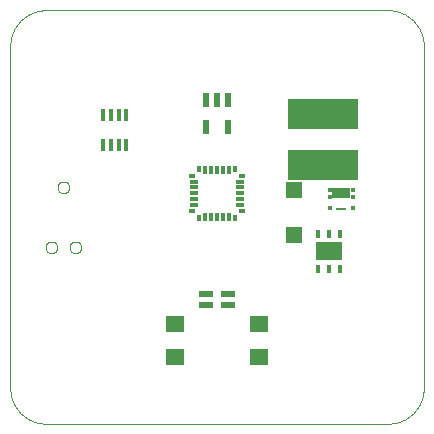
<source format=gtp>
G04 EAGLE Gerber RS-274X export*
G75*
%MOMM*%
%FSLAX35Y35*%
%LPD*%
%INsolder_paste_top*%
%IPPOS*%
%AMOC8*
5,1,8,0,0,1.08239X$1,22.5*%
G01*
%ADD10C,0.000000*%
%ADD11R,1.400000X1.400000*%
%ADD12R,0.600000X1.200000*%
%ADD13R,0.550000X0.300000*%
%ADD14R,0.750000X0.300000*%
%ADD15R,0.300000X0.550000*%
%ADD16R,0.300000X0.750000*%
%ADD17R,0.450000X1.100000*%
%ADD18R,2.300000X1.500000*%
%ADD19R,0.460000X0.710000*%
%ADD20R,1.500000X0.950000*%
%ADD21R,0.450000X0.300000*%
%ADD22R,0.870000X0.230000*%
%ADD23R,6.000000X2.500000*%
%ADD24R,1.200000X0.600000*%
%ADD25R,1.600000X1.400000*%


D10*
X100Y3199800D02*
X100Y299800D01*
X188Y292551D01*
X450Y285306D01*
X888Y278070D01*
X1501Y270846D01*
X2287Y263639D01*
X3248Y256453D01*
X4382Y249293D01*
X5689Y242162D01*
X7168Y235065D01*
X8817Y228005D01*
X10637Y220988D01*
X12626Y214016D01*
X14783Y207095D01*
X17106Y200228D01*
X19595Y193419D01*
X22248Y186672D01*
X25062Y179991D01*
X28038Y173380D01*
X31172Y166843D01*
X34463Y160383D01*
X37910Y154005D01*
X41509Y147712D01*
X45260Y141508D01*
X49159Y135396D01*
X53205Y129381D01*
X57395Y123464D01*
X61727Y117651D01*
X66198Y111944D01*
X70805Y106347D01*
X75547Y100863D01*
X80419Y95495D01*
X85420Y90247D01*
X90547Y85120D01*
X95795Y80119D01*
X101163Y75247D01*
X106647Y70505D01*
X112244Y65898D01*
X117951Y61427D01*
X123764Y57095D01*
X129681Y52905D01*
X135696Y48859D01*
X141808Y44960D01*
X148012Y41209D01*
X154305Y37610D01*
X160683Y34163D01*
X167143Y30872D01*
X173680Y27738D01*
X180291Y24762D01*
X186972Y21948D01*
X193719Y19295D01*
X200528Y16806D01*
X207395Y14483D01*
X214316Y12326D01*
X221288Y10337D01*
X228305Y8517D01*
X235365Y6868D01*
X242462Y5389D01*
X249593Y4082D01*
X256753Y2948D01*
X263939Y1987D01*
X271146Y1201D01*
X278370Y588D01*
X285606Y150D01*
X292851Y-112D01*
X300100Y-200D01*
X3200100Y-200D01*
X3207349Y-112D01*
X3214594Y150D01*
X3221830Y588D01*
X3229054Y1201D01*
X3236261Y1987D01*
X3243447Y2948D01*
X3250607Y4082D01*
X3257738Y5389D01*
X3264835Y6868D01*
X3271895Y8517D01*
X3278912Y10337D01*
X3285884Y12326D01*
X3292805Y14483D01*
X3299672Y16806D01*
X3306481Y19295D01*
X3313228Y21948D01*
X3319909Y24762D01*
X3326520Y27738D01*
X3333057Y30872D01*
X3339517Y34163D01*
X3345895Y37610D01*
X3352188Y41209D01*
X3358392Y44960D01*
X3364504Y48859D01*
X3370519Y52905D01*
X3376436Y57095D01*
X3382249Y61427D01*
X3387956Y65898D01*
X3393553Y70505D01*
X3399037Y75247D01*
X3404405Y80119D01*
X3409653Y85120D01*
X3414780Y90247D01*
X3419781Y95495D01*
X3424653Y100863D01*
X3429395Y106347D01*
X3434002Y111944D01*
X3438473Y117651D01*
X3442805Y123464D01*
X3446995Y129381D01*
X3451041Y135396D01*
X3454940Y141508D01*
X3458691Y147712D01*
X3462290Y154005D01*
X3465737Y160383D01*
X3469028Y166843D01*
X3472162Y173380D01*
X3475138Y179991D01*
X3477952Y186672D01*
X3480605Y193419D01*
X3483094Y200228D01*
X3485417Y207095D01*
X3487574Y214016D01*
X3489563Y220988D01*
X3491383Y228005D01*
X3493032Y235065D01*
X3494511Y242162D01*
X3495818Y249293D01*
X3496952Y256453D01*
X3497913Y263639D01*
X3498699Y270846D01*
X3499312Y278070D01*
X3499750Y285306D01*
X3500012Y292551D01*
X3500100Y299800D01*
X3500100Y3199800D01*
X3500012Y3207049D01*
X3499750Y3214294D01*
X3499312Y3221530D01*
X3498699Y3228754D01*
X3497913Y3235961D01*
X3496952Y3243147D01*
X3495818Y3250307D01*
X3494511Y3257438D01*
X3493032Y3264535D01*
X3491383Y3271595D01*
X3489563Y3278612D01*
X3487574Y3285584D01*
X3485417Y3292505D01*
X3483094Y3299372D01*
X3480605Y3306181D01*
X3477952Y3312928D01*
X3475138Y3319609D01*
X3472162Y3326220D01*
X3469028Y3332757D01*
X3465737Y3339217D01*
X3462290Y3345595D01*
X3458691Y3351888D01*
X3454940Y3358092D01*
X3451041Y3364204D01*
X3446995Y3370219D01*
X3442805Y3376136D01*
X3438473Y3381949D01*
X3434002Y3387656D01*
X3429395Y3393253D01*
X3424653Y3398737D01*
X3419781Y3404105D01*
X3414780Y3409353D01*
X3409653Y3414480D01*
X3404405Y3419481D01*
X3399037Y3424353D01*
X3393553Y3429095D01*
X3387956Y3433702D01*
X3382249Y3438173D01*
X3376436Y3442505D01*
X3370519Y3446695D01*
X3364504Y3450741D01*
X3358392Y3454640D01*
X3352188Y3458391D01*
X3345895Y3461990D01*
X3339517Y3465437D01*
X3333057Y3468728D01*
X3326520Y3471862D01*
X3319909Y3474838D01*
X3313228Y3477652D01*
X3306481Y3480305D01*
X3299672Y3482794D01*
X3292805Y3485117D01*
X3285884Y3487274D01*
X3278912Y3489263D01*
X3271895Y3491083D01*
X3264835Y3492732D01*
X3257738Y3494211D01*
X3250607Y3495518D01*
X3243447Y3496652D01*
X3236261Y3497613D01*
X3229054Y3498399D01*
X3221830Y3499012D01*
X3214594Y3499450D01*
X3207349Y3499712D01*
X3200100Y3499800D01*
X300100Y3499800D01*
X292851Y3499712D01*
X285606Y3499450D01*
X278370Y3499012D01*
X271146Y3498399D01*
X263939Y3497613D01*
X256753Y3496652D01*
X249593Y3495518D01*
X242462Y3494211D01*
X235365Y3492732D01*
X228305Y3491083D01*
X221288Y3489263D01*
X214316Y3487274D01*
X207395Y3485117D01*
X200528Y3482794D01*
X193719Y3480305D01*
X186972Y3477652D01*
X180291Y3474838D01*
X173680Y3471862D01*
X167143Y3468728D01*
X160683Y3465437D01*
X154305Y3461990D01*
X148012Y3458391D01*
X141808Y3454640D01*
X135696Y3450741D01*
X129681Y3446695D01*
X123764Y3442505D01*
X117951Y3438173D01*
X112244Y3433702D01*
X106647Y3429095D01*
X101163Y3424353D01*
X95795Y3419481D01*
X90547Y3414480D01*
X85420Y3409353D01*
X80419Y3404105D01*
X75547Y3398737D01*
X70805Y3393253D01*
X66198Y3387656D01*
X61727Y3381949D01*
X57395Y3376136D01*
X53205Y3370219D01*
X49159Y3364204D01*
X45260Y3358092D01*
X41509Y3351888D01*
X37910Y3345595D01*
X34463Y3339217D01*
X31172Y3332757D01*
X28038Y3326220D01*
X25062Y3319609D01*
X22248Y3312928D01*
X19595Y3306181D01*
X17106Y3299372D01*
X14783Y3292505D01*
X12626Y3285584D01*
X10637Y3278612D01*
X8817Y3271595D01*
X7168Y3264535D01*
X5689Y3257438D01*
X4382Y3250307D01*
X3248Y3243147D01*
X2287Y3235961D01*
X1501Y3228754D01*
X888Y3221530D01*
X450Y3214294D01*
X188Y3207049D01*
X100Y3199800D01*
D11*
X2400000Y1594500D03*
X2400000Y1974500D03*
D12*
X1750000Y2738000D03*
X1845000Y2738000D03*
X1655000Y2738000D03*
X1655000Y2508000D03*
X1845000Y2508000D03*
D13*
X1958000Y1800000D03*
D14*
X1948000Y1850000D03*
X1948000Y1900000D03*
X1948000Y1950000D03*
X1948000Y2000000D03*
X1948000Y2050000D03*
D13*
X1958000Y2100000D03*
D15*
X1900000Y2158000D03*
D16*
X1850000Y2148000D03*
X1800000Y2148000D03*
X1750000Y2148000D03*
X1700000Y2148000D03*
X1650000Y2148000D03*
D15*
X1600000Y2158000D03*
D13*
X1542000Y2100000D03*
D14*
X1552000Y2050000D03*
X1552000Y2000000D03*
X1552000Y1950000D03*
X1552000Y1900000D03*
X1552000Y1850000D03*
D13*
X1542000Y1800000D03*
D15*
X1600000Y1742000D03*
D16*
X1650000Y1752000D03*
X1700000Y1752000D03*
X1750000Y1752000D03*
X1800000Y1752000D03*
X1850000Y1752000D03*
D15*
X1900000Y1742000D03*
D17*
X788500Y2356500D03*
X853500Y2356500D03*
X918500Y2356500D03*
X983500Y2356500D03*
X983500Y2611500D03*
X918500Y2611500D03*
X853500Y2611500D03*
X788500Y2611500D03*
D18*
X2700000Y1459500D03*
D19*
X2606000Y1311500D03*
X2700000Y1311500D03*
X2794000Y1311500D03*
X2700000Y1607500D03*
X2795000Y1607500D03*
X2605000Y1607500D03*
D20*
X2800000Y1949500D03*
D21*
X2897500Y1982000D03*
X2897500Y1917000D03*
X2702500Y1982000D03*
X2702500Y1917000D03*
X2897500Y1821500D03*
X2702500Y1821500D03*
D22*
X2800000Y1818000D03*
D23*
X2650000Y2192000D03*
X2650000Y2622000D03*
D24*
X1840000Y1002000D03*
X1840000Y1098000D03*
X1660000Y1098000D03*
X1660000Y1002000D03*
D25*
X1394400Y560300D03*
X1394400Y839700D03*
X2105600Y839700D03*
X2105600Y560300D03*
D10*
X400470Y2000000D02*
X400485Y2001216D01*
X400530Y2002430D01*
X400604Y2003644D01*
X400709Y2004855D01*
X400842Y2006063D01*
X401006Y2007268D01*
X401199Y2008468D01*
X401422Y2009663D01*
X401673Y2010852D01*
X401954Y2012035D01*
X402264Y2013210D01*
X402603Y2014378D01*
X402970Y2015537D01*
X403365Y2016686D01*
X403789Y2017826D01*
X404240Y2018954D01*
X404719Y2020072D01*
X405225Y2021177D01*
X405759Y2022269D01*
X406318Y2023348D01*
X406905Y2024413D01*
X407517Y2025464D01*
X408154Y2026498D01*
X408817Y2027517D01*
X409505Y2028520D01*
X410217Y2029505D01*
X410953Y2030472D01*
X411713Y2031421D01*
X412495Y2032352D01*
X413301Y2033262D01*
X414128Y2034153D01*
X414977Y2035023D01*
X415847Y2035872D01*
X416738Y2036699D01*
X417648Y2037505D01*
X418579Y2038287D01*
X419528Y2039047D01*
X420495Y2039783D01*
X421480Y2040495D01*
X422483Y2041183D01*
X423502Y2041846D01*
X424536Y2042483D01*
X425587Y2043095D01*
X426652Y2043682D01*
X427731Y2044241D01*
X428823Y2044775D01*
X429928Y2045281D01*
X431046Y2045760D01*
X432174Y2046211D01*
X433314Y2046635D01*
X434463Y2047030D01*
X435622Y2047397D01*
X436790Y2047736D01*
X437965Y2048046D01*
X439148Y2048327D01*
X440337Y2048578D01*
X441532Y2048801D01*
X442732Y2048994D01*
X443937Y2049158D01*
X445145Y2049291D01*
X446356Y2049396D01*
X447570Y2049470D01*
X448784Y2049515D01*
X450000Y2049530D01*
X451216Y2049515D01*
X452430Y2049470D01*
X453644Y2049396D01*
X454855Y2049291D01*
X456063Y2049158D01*
X457268Y2048994D01*
X458468Y2048801D01*
X459663Y2048578D01*
X460852Y2048327D01*
X462035Y2048046D01*
X463210Y2047736D01*
X464378Y2047397D01*
X465537Y2047030D01*
X466686Y2046635D01*
X467826Y2046211D01*
X468954Y2045760D01*
X470072Y2045281D01*
X471177Y2044775D01*
X472269Y2044241D01*
X473348Y2043682D01*
X474413Y2043095D01*
X475464Y2042483D01*
X476498Y2041846D01*
X477517Y2041183D01*
X478520Y2040495D01*
X479505Y2039783D01*
X480472Y2039047D01*
X481421Y2038287D01*
X482352Y2037505D01*
X483262Y2036699D01*
X484153Y2035872D01*
X485023Y2035023D01*
X485872Y2034153D01*
X486699Y2033262D01*
X487505Y2032352D01*
X488287Y2031421D01*
X489047Y2030472D01*
X489783Y2029505D01*
X490495Y2028520D01*
X491183Y2027517D01*
X491846Y2026498D01*
X492483Y2025464D01*
X493095Y2024413D01*
X493682Y2023348D01*
X494241Y2022269D01*
X494775Y2021177D01*
X495281Y2020072D01*
X495760Y2018954D01*
X496211Y2017826D01*
X496635Y2016686D01*
X497030Y2015537D01*
X497397Y2014378D01*
X497736Y2013210D01*
X498046Y2012035D01*
X498327Y2010852D01*
X498578Y2009663D01*
X498801Y2008468D01*
X498994Y2007268D01*
X499158Y2006063D01*
X499291Y2004855D01*
X499396Y2003644D01*
X499470Y2002430D01*
X499515Y2001216D01*
X499530Y2000000D01*
X499515Y1998784D01*
X499470Y1997570D01*
X499396Y1996356D01*
X499291Y1995145D01*
X499158Y1993937D01*
X498994Y1992732D01*
X498801Y1991532D01*
X498578Y1990337D01*
X498327Y1989148D01*
X498046Y1987965D01*
X497736Y1986790D01*
X497397Y1985622D01*
X497030Y1984463D01*
X496635Y1983314D01*
X496211Y1982174D01*
X495760Y1981046D01*
X495281Y1979928D01*
X494775Y1978823D01*
X494241Y1977731D01*
X493682Y1976652D01*
X493095Y1975587D01*
X492483Y1974536D01*
X491846Y1973502D01*
X491183Y1972483D01*
X490495Y1971480D01*
X489783Y1970495D01*
X489047Y1969528D01*
X488287Y1968579D01*
X487505Y1967648D01*
X486699Y1966738D01*
X485872Y1965847D01*
X485023Y1964977D01*
X484153Y1964128D01*
X483262Y1963301D01*
X482352Y1962495D01*
X481421Y1961713D01*
X480472Y1960953D01*
X479505Y1960217D01*
X478520Y1959505D01*
X477517Y1958817D01*
X476498Y1958154D01*
X475464Y1957517D01*
X474413Y1956905D01*
X473348Y1956318D01*
X472269Y1955759D01*
X471177Y1955225D01*
X470072Y1954719D01*
X468954Y1954240D01*
X467826Y1953789D01*
X466686Y1953365D01*
X465537Y1952970D01*
X464378Y1952603D01*
X463210Y1952264D01*
X462035Y1951954D01*
X460852Y1951673D01*
X459663Y1951422D01*
X458468Y1951199D01*
X457268Y1951006D01*
X456063Y1950842D01*
X454855Y1950709D01*
X453644Y1950604D01*
X452430Y1950530D01*
X451216Y1950485D01*
X450000Y1950470D01*
X448784Y1950485D01*
X447570Y1950530D01*
X446356Y1950604D01*
X445145Y1950709D01*
X443937Y1950842D01*
X442732Y1951006D01*
X441532Y1951199D01*
X440337Y1951422D01*
X439148Y1951673D01*
X437965Y1951954D01*
X436790Y1952264D01*
X435622Y1952603D01*
X434463Y1952970D01*
X433314Y1953365D01*
X432174Y1953789D01*
X431046Y1954240D01*
X429928Y1954719D01*
X428823Y1955225D01*
X427731Y1955759D01*
X426652Y1956318D01*
X425587Y1956905D01*
X424536Y1957517D01*
X423502Y1958154D01*
X422483Y1958817D01*
X421480Y1959505D01*
X420495Y1960217D01*
X419528Y1960953D01*
X418579Y1961713D01*
X417648Y1962495D01*
X416738Y1963301D01*
X415847Y1964128D01*
X414977Y1964977D01*
X414128Y1965847D01*
X413301Y1966738D01*
X412495Y1967648D01*
X411713Y1968579D01*
X410953Y1969528D01*
X410217Y1970495D01*
X409505Y1971480D01*
X408817Y1972483D01*
X408154Y1973502D01*
X407517Y1974536D01*
X406905Y1975587D01*
X406318Y1976652D01*
X405759Y1977731D01*
X405225Y1978823D01*
X404719Y1979928D01*
X404240Y1981046D01*
X403789Y1982174D01*
X403365Y1983314D01*
X402970Y1984463D01*
X402603Y1985622D01*
X402264Y1986790D01*
X401954Y1987965D01*
X401673Y1989148D01*
X401422Y1990337D01*
X401199Y1991532D01*
X401006Y1992732D01*
X400842Y1993937D01*
X400709Y1995145D01*
X400604Y1996356D01*
X400530Y1997570D01*
X400485Y1998784D01*
X400470Y2000000D01*
X298870Y1492000D02*
X298885Y1493216D01*
X298930Y1494430D01*
X299004Y1495644D01*
X299109Y1496855D01*
X299242Y1498063D01*
X299406Y1499268D01*
X299599Y1500468D01*
X299822Y1501663D01*
X300073Y1502852D01*
X300354Y1504035D01*
X300664Y1505210D01*
X301003Y1506378D01*
X301370Y1507537D01*
X301765Y1508686D01*
X302189Y1509826D01*
X302640Y1510954D01*
X303119Y1512072D01*
X303625Y1513177D01*
X304159Y1514269D01*
X304718Y1515348D01*
X305305Y1516413D01*
X305917Y1517464D01*
X306554Y1518498D01*
X307217Y1519517D01*
X307905Y1520520D01*
X308617Y1521505D01*
X309353Y1522472D01*
X310113Y1523421D01*
X310895Y1524352D01*
X311701Y1525262D01*
X312528Y1526153D01*
X313377Y1527023D01*
X314247Y1527872D01*
X315138Y1528699D01*
X316048Y1529505D01*
X316979Y1530287D01*
X317928Y1531047D01*
X318895Y1531783D01*
X319880Y1532495D01*
X320883Y1533183D01*
X321902Y1533846D01*
X322936Y1534483D01*
X323987Y1535095D01*
X325052Y1535682D01*
X326131Y1536241D01*
X327223Y1536775D01*
X328328Y1537281D01*
X329446Y1537760D01*
X330574Y1538211D01*
X331714Y1538635D01*
X332863Y1539030D01*
X334022Y1539397D01*
X335190Y1539736D01*
X336365Y1540046D01*
X337548Y1540327D01*
X338737Y1540578D01*
X339932Y1540801D01*
X341132Y1540994D01*
X342337Y1541158D01*
X343545Y1541291D01*
X344756Y1541396D01*
X345970Y1541470D01*
X347184Y1541515D01*
X348400Y1541530D01*
X349616Y1541515D01*
X350830Y1541470D01*
X352044Y1541396D01*
X353255Y1541291D01*
X354463Y1541158D01*
X355668Y1540994D01*
X356868Y1540801D01*
X358063Y1540578D01*
X359252Y1540327D01*
X360435Y1540046D01*
X361610Y1539736D01*
X362778Y1539397D01*
X363937Y1539030D01*
X365086Y1538635D01*
X366226Y1538211D01*
X367354Y1537760D01*
X368472Y1537281D01*
X369577Y1536775D01*
X370669Y1536241D01*
X371748Y1535682D01*
X372813Y1535095D01*
X373864Y1534483D01*
X374898Y1533846D01*
X375917Y1533183D01*
X376920Y1532495D01*
X377905Y1531783D01*
X378872Y1531047D01*
X379821Y1530287D01*
X380752Y1529505D01*
X381662Y1528699D01*
X382553Y1527872D01*
X383423Y1527023D01*
X384272Y1526153D01*
X385099Y1525262D01*
X385905Y1524352D01*
X386687Y1523421D01*
X387447Y1522472D01*
X388183Y1521505D01*
X388895Y1520520D01*
X389583Y1519517D01*
X390246Y1518498D01*
X390883Y1517464D01*
X391495Y1516413D01*
X392082Y1515348D01*
X392641Y1514269D01*
X393175Y1513177D01*
X393681Y1512072D01*
X394160Y1510954D01*
X394611Y1509826D01*
X395035Y1508686D01*
X395430Y1507537D01*
X395797Y1506378D01*
X396136Y1505210D01*
X396446Y1504035D01*
X396727Y1502852D01*
X396978Y1501663D01*
X397201Y1500468D01*
X397394Y1499268D01*
X397558Y1498063D01*
X397691Y1496855D01*
X397796Y1495644D01*
X397870Y1494430D01*
X397915Y1493216D01*
X397930Y1492000D01*
X397915Y1490784D01*
X397870Y1489570D01*
X397796Y1488356D01*
X397691Y1487145D01*
X397558Y1485937D01*
X397394Y1484732D01*
X397201Y1483532D01*
X396978Y1482337D01*
X396727Y1481148D01*
X396446Y1479965D01*
X396136Y1478790D01*
X395797Y1477622D01*
X395430Y1476463D01*
X395035Y1475314D01*
X394611Y1474174D01*
X394160Y1473046D01*
X393681Y1471928D01*
X393175Y1470823D01*
X392641Y1469731D01*
X392082Y1468652D01*
X391495Y1467587D01*
X390883Y1466536D01*
X390246Y1465502D01*
X389583Y1464483D01*
X388895Y1463480D01*
X388183Y1462495D01*
X387447Y1461528D01*
X386687Y1460579D01*
X385905Y1459648D01*
X385099Y1458738D01*
X384272Y1457847D01*
X383423Y1456977D01*
X382553Y1456128D01*
X381662Y1455301D01*
X380752Y1454495D01*
X379821Y1453713D01*
X378872Y1452953D01*
X377905Y1452217D01*
X376920Y1451505D01*
X375917Y1450817D01*
X374898Y1450154D01*
X373864Y1449517D01*
X372813Y1448905D01*
X371748Y1448318D01*
X370669Y1447759D01*
X369577Y1447225D01*
X368472Y1446719D01*
X367354Y1446240D01*
X366226Y1445789D01*
X365086Y1445365D01*
X363937Y1444970D01*
X362778Y1444603D01*
X361610Y1444264D01*
X360435Y1443954D01*
X359252Y1443673D01*
X358063Y1443422D01*
X356868Y1443199D01*
X355668Y1443006D01*
X354463Y1442842D01*
X353255Y1442709D01*
X352044Y1442604D01*
X350830Y1442530D01*
X349616Y1442485D01*
X348400Y1442470D01*
X347184Y1442485D01*
X345970Y1442530D01*
X344756Y1442604D01*
X343545Y1442709D01*
X342337Y1442842D01*
X341132Y1443006D01*
X339932Y1443199D01*
X338737Y1443422D01*
X337548Y1443673D01*
X336365Y1443954D01*
X335190Y1444264D01*
X334022Y1444603D01*
X332863Y1444970D01*
X331714Y1445365D01*
X330574Y1445789D01*
X329446Y1446240D01*
X328328Y1446719D01*
X327223Y1447225D01*
X326131Y1447759D01*
X325052Y1448318D01*
X323987Y1448905D01*
X322936Y1449517D01*
X321902Y1450154D01*
X320883Y1450817D01*
X319880Y1451505D01*
X318895Y1452217D01*
X317928Y1452953D01*
X316979Y1453713D01*
X316048Y1454495D01*
X315138Y1455301D01*
X314247Y1456128D01*
X313377Y1456977D01*
X312528Y1457847D01*
X311701Y1458738D01*
X310895Y1459648D01*
X310113Y1460579D01*
X309353Y1461528D01*
X308617Y1462495D01*
X307905Y1463480D01*
X307217Y1464483D01*
X306554Y1465502D01*
X305917Y1466536D01*
X305305Y1467587D01*
X304718Y1468652D01*
X304159Y1469731D01*
X303625Y1470823D01*
X303119Y1471928D01*
X302640Y1473046D01*
X302189Y1474174D01*
X301765Y1475314D01*
X301370Y1476463D01*
X301003Y1477622D01*
X300664Y1478790D01*
X300354Y1479965D01*
X300073Y1481148D01*
X299822Y1482337D01*
X299599Y1483532D01*
X299406Y1484732D01*
X299242Y1485937D01*
X299109Y1487145D01*
X299004Y1488356D01*
X298930Y1489570D01*
X298885Y1490784D01*
X298870Y1492000D01*
X502070Y1492000D02*
X502085Y1493216D01*
X502130Y1494430D01*
X502204Y1495644D01*
X502309Y1496855D01*
X502442Y1498063D01*
X502606Y1499268D01*
X502799Y1500468D01*
X503022Y1501663D01*
X503273Y1502852D01*
X503554Y1504035D01*
X503864Y1505210D01*
X504203Y1506378D01*
X504570Y1507537D01*
X504965Y1508686D01*
X505389Y1509826D01*
X505840Y1510954D01*
X506319Y1512072D01*
X506825Y1513177D01*
X507359Y1514269D01*
X507918Y1515348D01*
X508505Y1516413D01*
X509117Y1517464D01*
X509754Y1518498D01*
X510417Y1519517D01*
X511105Y1520520D01*
X511817Y1521505D01*
X512553Y1522472D01*
X513313Y1523421D01*
X514095Y1524352D01*
X514901Y1525262D01*
X515728Y1526153D01*
X516577Y1527023D01*
X517447Y1527872D01*
X518338Y1528699D01*
X519248Y1529505D01*
X520179Y1530287D01*
X521128Y1531047D01*
X522095Y1531783D01*
X523080Y1532495D01*
X524083Y1533183D01*
X525102Y1533846D01*
X526136Y1534483D01*
X527187Y1535095D01*
X528252Y1535682D01*
X529331Y1536241D01*
X530423Y1536775D01*
X531528Y1537281D01*
X532646Y1537760D01*
X533774Y1538211D01*
X534914Y1538635D01*
X536063Y1539030D01*
X537222Y1539397D01*
X538390Y1539736D01*
X539565Y1540046D01*
X540748Y1540327D01*
X541937Y1540578D01*
X543132Y1540801D01*
X544332Y1540994D01*
X545537Y1541158D01*
X546745Y1541291D01*
X547956Y1541396D01*
X549170Y1541470D01*
X550384Y1541515D01*
X551600Y1541530D01*
X552816Y1541515D01*
X554030Y1541470D01*
X555244Y1541396D01*
X556455Y1541291D01*
X557663Y1541158D01*
X558868Y1540994D01*
X560068Y1540801D01*
X561263Y1540578D01*
X562452Y1540327D01*
X563635Y1540046D01*
X564810Y1539736D01*
X565978Y1539397D01*
X567137Y1539030D01*
X568286Y1538635D01*
X569426Y1538211D01*
X570554Y1537760D01*
X571672Y1537281D01*
X572777Y1536775D01*
X573869Y1536241D01*
X574948Y1535682D01*
X576013Y1535095D01*
X577064Y1534483D01*
X578098Y1533846D01*
X579117Y1533183D01*
X580120Y1532495D01*
X581105Y1531783D01*
X582072Y1531047D01*
X583021Y1530287D01*
X583952Y1529505D01*
X584862Y1528699D01*
X585753Y1527872D01*
X586623Y1527023D01*
X587472Y1526153D01*
X588299Y1525262D01*
X589105Y1524352D01*
X589887Y1523421D01*
X590647Y1522472D01*
X591383Y1521505D01*
X592095Y1520520D01*
X592783Y1519517D01*
X593446Y1518498D01*
X594083Y1517464D01*
X594695Y1516413D01*
X595282Y1515348D01*
X595841Y1514269D01*
X596375Y1513177D01*
X596881Y1512072D01*
X597360Y1510954D01*
X597811Y1509826D01*
X598235Y1508686D01*
X598630Y1507537D01*
X598997Y1506378D01*
X599336Y1505210D01*
X599646Y1504035D01*
X599927Y1502852D01*
X600178Y1501663D01*
X600401Y1500468D01*
X600594Y1499268D01*
X600758Y1498063D01*
X600891Y1496855D01*
X600996Y1495644D01*
X601070Y1494430D01*
X601115Y1493216D01*
X601130Y1492000D01*
X601115Y1490784D01*
X601070Y1489570D01*
X600996Y1488356D01*
X600891Y1487145D01*
X600758Y1485937D01*
X600594Y1484732D01*
X600401Y1483532D01*
X600178Y1482337D01*
X599927Y1481148D01*
X599646Y1479965D01*
X599336Y1478790D01*
X598997Y1477622D01*
X598630Y1476463D01*
X598235Y1475314D01*
X597811Y1474174D01*
X597360Y1473046D01*
X596881Y1471928D01*
X596375Y1470823D01*
X595841Y1469731D01*
X595282Y1468652D01*
X594695Y1467587D01*
X594083Y1466536D01*
X593446Y1465502D01*
X592783Y1464483D01*
X592095Y1463480D01*
X591383Y1462495D01*
X590647Y1461528D01*
X589887Y1460579D01*
X589105Y1459648D01*
X588299Y1458738D01*
X587472Y1457847D01*
X586623Y1456977D01*
X585753Y1456128D01*
X584862Y1455301D01*
X583952Y1454495D01*
X583021Y1453713D01*
X582072Y1452953D01*
X581105Y1452217D01*
X580120Y1451505D01*
X579117Y1450817D01*
X578098Y1450154D01*
X577064Y1449517D01*
X576013Y1448905D01*
X574948Y1448318D01*
X573869Y1447759D01*
X572777Y1447225D01*
X571672Y1446719D01*
X570554Y1446240D01*
X569426Y1445789D01*
X568286Y1445365D01*
X567137Y1444970D01*
X565978Y1444603D01*
X564810Y1444264D01*
X563635Y1443954D01*
X562452Y1443673D01*
X561263Y1443422D01*
X560068Y1443199D01*
X558868Y1443006D01*
X557663Y1442842D01*
X556455Y1442709D01*
X555244Y1442604D01*
X554030Y1442530D01*
X552816Y1442485D01*
X551600Y1442470D01*
X550384Y1442485D01*
X549170Y1442530D01*
X547956Y1442604D01*
X546745Y1442709D01*
X545537Y1442842D01*
X544332Y1443006D01*
X543132Y1443199D01*
X541937Y1443422D01*
X540748Y1443673D01*
X539565Y1443954D01*
X538390Y1444264D01*
X537222Y1444603D01*
X536063Y1444970D01*
X534914Y1445365D01*
X533774Y1445789D01*
X532646Y1446240D01*
X531528Y1446719D01*
X530423Y1447225D01*
X529331Y1447759D01*
X528252Y1448318D01*
X527187Y1448905D01*
X526136Y1449517D01*
X525102Y1450154D01*
X524083Y1450817D01*
X523080Y1451505D01*
X522095Y1452217D01*
X521128Y1452953D01*
X520179Y1453713D01*
X519248Y1454495D01*
X518338Y1455301D01*
X517447Y1456128D01*
X516577Y1456977D01*
X515728Y1457847D01*
X514901Y1458738D01*
X514095Y1459648D01*
X513313Y1460579D01*
X512553Y1461528D01*
X511817Y1462495D01*
X511105Y1463480D01*
X510417Y1464483D01*
X509754Y1465502D01*
X509117Y1466536D01*
X508505Y1467587D01*
X507918Y1468652D01*
X507359Y1469731D01*
X506825Y1470823D01*
X506319Y1471928D01*
X505840Y1473046D01*
X505389Y1474174D01*
X504965Y1475314D01*
X504570Y1476463D01*
X504203Y1477622D01*
X503864Y1478790D01*
X503554Y1479965D01*
X503273Y1481148D01*
X503022Y1482337D01*
X502799Y1483532D01*
X502606Y1484732D01*
X502442Y1485937D01*
X502309Y1487145D01*
X502204Y1488356D01*
X502130Y1489570D01*
X502085Y1490784D01*
X502070Y1492000D01*
M02*

</source>
